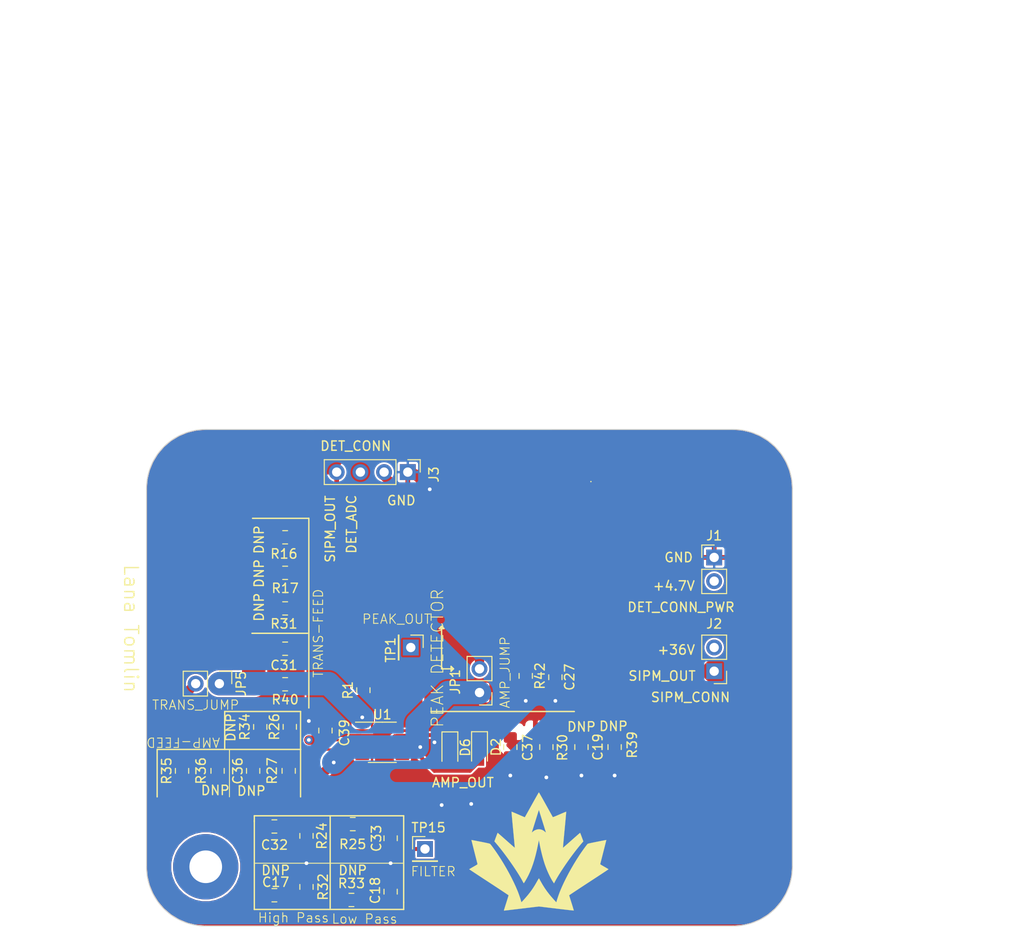
<source format=kicad_pcb>
(kicad_pcb (version 20171130) (host pcbnew "(5.1.9)-1")
  (layers (0 Papa.Cu signal) (1 GND.Cu power hide) (2 VCC.Cu power hide) (31 Mama.Cu signal) (34 B.Paste user hide) (35 F.Paste user) (36 B.SilkS user) (37 F.SilkS user) (38 B.Mask user hide) (39 F.Mask user hide) (44 Edge.Cuts user))
  (net 0 "")
  (net 1 GND)
  (net 2 "Net-(C17-Pad1)")
  (net 3 "Net-(C18-Pad2)")
  (net 4 "Net-(C19-Pad1)")
  (net 5 "Net-(C31-Pad1)")
  (net 6 "Net-(C32-Pad1)")
  (net 7 "Net-(C36-Pad2)")
  (net 8 "Net-(C36-Pad1)")
  (net 9 "Net-(D2-Pad2)")
  (net 10 /DET_ADC)
  (net 11 /SIPM_OUT)
  (net 12 /AMP_OUT)
  (net 13 +4.7V)
  (net 14 /Filter_IN)
  (net 15 "Net-(C31-Pad2)")
  (module Package_SO:MSOP-16_3x4.039mm_P0.5mm (layer Papa.Cu) (at 109.093 127.635)
    (fp_text reference U1 (at 0 -2.97) (layer F.SilkS))
    (fp_text value LTC6254)
    (pad 16 smd roundrect (at 2.15 -1.75) (size 1.45 0.3) (layers Papa.Cu F.Paste F.Mask) (net 10 /DET_ADC))
    (pad 15 smd roundrect (at 2.15 -1.25) (size 1.45 0.3) (layers Papa.Cu F.Paste F.Mask) (net 10 /DET_ADC))
    (pad 14 smd roundrect (at 2.15 -0.75) (size 1.45 0.3) (layers Papa.Cu F.Paste F.Mask) (net 4 "Net-(C19-Pad1)"))
    (pad 13 smd roundrect (at 2.15 -0.25) (size 1.45 0.3) (layers Papa.Cu F.Paste F.Mask) (net 1 GND))
    (pad 12 smd roundrect (at 2.15 0.25) (size 1.45 0.3) (layers Papa.Cu F.Paste F.Mask) (net 8 "Net-(C36-Pad1)"))
    (pad 11 smd roundrect (at 2.15 0.75) (size 1.45 0.3) (layers Papa.Cu F.Paste F.Mask) (net 4 "Net-(C19-Pad1)"))
    (pad 10 smd roundrect (at 2.15 1.25) (size 1.45 0.3) (layers Papa.Cu F.Paste F.Mask) (net 9 "Net-(D2-Pad2)"))
    (pad 9 smd roundrect (at 2.15 1.75) (size 1.45 0.3) (layers Papa.Cu F.Paste F.Mask))
    (pad 8 smd roundrect (at -2.15 1.75) (size 1.45 0.3) (layers Papa.Cu F.Paste F.Mask))
    (pad 7 smd roundrect (at -2.15 1.25) (size 1.45 0.3) (layers Papa.Cu F.Paste F.Mask) (net 8 "Net-(C36-Pad1)"))
    (pad 6 smd roundrect (at -2.15 0.75) (size 1.45 0.3) (layers Papa.Cu F.Paste F.Mask) (net 7 "Net-(C36-Pad2)"))
    (pad 5 smd roundrect (at -2.15 0.25) (size 1.45 0.3) (layers Papa.Cu F.Paste F.Mask) (net 3 "Net-(C18-Pad2)"))
    (pad 4 smd roundrect (at -2.15 -0.25) (size 1.45 0.3) (layers Papa.Cu F.Paste F.Mask) (net 13 +4.7V))
    (pad 3 smd roundrect (at -2.15 -0.75) (size 1.45 0.3) (layers Papa.Cu F.Paste F.Mask) (net 1 GND))
    (pad 2 smd roundrect (at -2.15 -1.25) (size 1.45 0.3) (layers Papa.Cu F.Paste F.Mask) (net 15 "Net-(C31-Pad2)"))
    (pad 1 smd roundrect (at -2.15 -1.75) (size 1.45 0.3) (layers Papa.Cu F.Paste F.Mask) (net 5 "Net-(C31-Pad1)"))
  )
  (module Resistor_SMD:R_0805_2012Metric_Pad1.15x1.40mm_HandSolder (layer Papa.Cu) (at 107.061 122.047 90)
    (fp_text reference R1 (at 0 -1.65 90) (layer F.SilkS))
    (fp_text value 1)
    (pad 2 smd roundrect (at 1.025 0 90) (size 1.15 1.4) (layers Papa.Cu F.Paste F.Mask) (roundrect_rratio 0.217391) (net 11 /SIPM_OUT))
    (pad 1 smd roundrect (at -1.025 0 90) (size 1.15 1.4) (layers Papa.Cu F.Paste F.Mask) (roundrect_rratio 0.217391) (net 15 "Net-(C31-Pad2)"))
  )
  (module Connector_PinHeader_2.54mm:PinHeader_1x04_P2.54mm_Vertical (layer Papa.Cu) (at 111.8235 98.679 270)
    (fp_text reference J3 (at 0.254 -2.794 270) (layer F.SilkS))
    (fp_text value DET_CONN (at -2.794 5.588 180) (layer F.SilkS))
    (pad 4 thru_hole oval (at 0 7.62 270) (size 1.7 1.7) (drill 1) (layers *.Cu *.Mask) (net 11 /SIPM_OUT))
    (pad 3 thru_hole oval (at 0 5.08 270) (size 1.7 1.7) (drill 1) (layers *.Cu *.Mask) (net 10 /DET_ADC))
    (pad 2 thru_hole oval (at 0 2.54 270) (size 1.7 1.7) (drill 1) (layers *.Cu *.Mask) (net 12 /AMP_OUT))
    (pad 1 thru_hole rect (at 0 0 270) (size 1.7 1.7) (drill 1) (layers *.Cu *.Mask) (net 1 GND))
  )
  (module Connector_PinHeader_2.54mm:PinHeader_1x02_P2.54mm_Vertical (layer Papa.Cu) (at 144.653 120.015 180)
    (fp_text reference J2 (at 0 5.08) (layer F.SilkS))
    (fp_text value SIPM_CONN (at 2.54 -2.794 180) (layer F.SilkS))
    (pad 2 thru_hole oval (at 0 2.54 180) (size 1.7 1.7) (drill 1) (layers *.Cu *.Mask))
    (pad 1 thru_hole rect (at 0 0 180) (size 1.7 1.7) (drill 1) (layers *.Cu *.Mask) (net 11 /SIPM_OUT))
  )
  (module Connector_PinHeader_2.54mm:PinHeader_1x02_P2.54mm_Vertical (layer Papa.Cu) (at 144.653 107.823)
    (fp_text reference J1 (at 0 -2.33) (layer F.SilkS))
    (fp_text value DET_CONN_PWR (at -3.556 5.334) (layer F.SilkS))
    (pad 2 thru_hole oval (at 0 2.54) (size 1.7 1.7) (drill 1) (layers *.Cu *.Mask) (net 13 +4.7V))
    (pad 1 thru_hole rect (at 0 0) (size 1.7 1.7) (drill 1) (layers *.Cu *.Mask) (net 1 GND))
  )
  (module Team_Logo:Logo_SilkScreen_15mm (layer Papa.Cu) (at 125.857 139.319)
    (fp_text reference G*** hide)
    (fp_text value LOGO hide)
  )
  (module MountingHole:MountingHole_3.5mm_Pad (layer Papa.Cu) (at 90.17 140.97 90)
    (fp_text reference REF** hide)
    (fp_text value MountingHole_3.5mm_Pad)
    (pad 1 thru_hole circle (at 0 0 90) (size 7 7) (drill 3.5) (layers *.Cu *.Mask))
  )
  (module Connector_PinHeader_2.54mm:PinHeader_1x01_P2.54mm_Vertical (layer Papa.Cu) (at 113.665 139.065)
    (fp_text reference TP15 (at 0.381 -2.286) (layer F.SilkS))
    (fp_text value FILTER (at 0.889 2.413) (layer F.SilkS) (effects (font (thickness 0.1))))
    (pad 1 thru_hole rect (at 0 0) (size 1.7 1.7) (drill 1) (layers *.Cu *.Mask) (net 3 "Net-(C18-Pad2)"))
  )
  (module Resistor_SMD:R_0805_2012Metric_Pad1.15x1.40mm_HandSolder (layer Papa.Cu) (at 99.178 125.975 90)
    (fp_text reference R26 (at 0 -1.65 270) (layer F.SilkS))
    (fp_text value 100)
    (pad 2 smd roundrect (at 1.025 0 90) (size 1.15 1.4) (layers Papa.Cu F.Paste F.Mask) (roundrect_rratio 0.2173904347826087) (net 1 GND))
    (pad 1 smd roundrect (at -1.025 0 90) (size 1.15 1.4) (layers Papa.Cu F.Paste F.Mask) (roundrect_rratio 0.2173904347826087) (net 7 "Net-(C36-Pad2)"))
  )
  (module Resistor_SMD:R_0805_2012Metric_Pad1.15x1.40mm_HandSolder (layer Papa.Cu) (at 96.012 125.984 270)
    (fp_text reference R34 (at 0 1.651 270) (layer F.SilkS))
    (fp_text value DNP (at 0.0635 3.175 270) (layer F.SilkS))
    (pad 2 smd roundrect (at 1.025 0 270) (size 1.15 1.4) (layers Papa.Cu F.Paste F.Mask) (roundrect_rratio 0.2173904347826087) (net 7 "Net-(C36-Pad2)"))
    (pad 1 smd roundrect (at -1.025 0 270) (size 1.15 1.4) (layers Papa.Cu F.Paste F.Mask) (roundrect_rratio 0.2173904347826087) (net 1 GND))
  )
  (module Connector_PinHeader_2.54mm:PinHeader_1x02_P2.54mm_Vertical (layer Papa.Cu) (at 119.507 122.301 180)
    (fp_text reference JP1 (at 2.6035 1.143 270) (layer F.SilkS))
    (fp_text value AMP_JUMP (at -2.7305 2.159 90) (layer F.SilkS) (effects (font (thickness 0.1))))
    (pad 2 thru_hole oval (at 0 2.54 180) (size 1.7 1.7) (drill 1) (layers *.Cu *.Mask) (net 12 /AMP_OUT))
    (pad 1 thru_hole rect (at 0 0 180) (size 1.7 1.7) (drill 1) (layers *.Cu *.Mask) (net 8 "Net-(C36-Pad1)"))
  )
  (module Resistor_SMD:R_0805_2012Metric_Pad1.15x1.40mm_HandSolder (layer Papa.Cu) (at 133.985 128.143 270)
    (fp_text reference R39 (at -0.2376 -1.8796 90) (layer F.SilkS))
    (fp_text value DNP (at -2.2315 0.127 180) (layer F.SilkS))
    (pad 2 smd roundrect (at 1.025 0 270) (size 1.15 1.4) (layers Papa.Cu F.Paste F.Mask) (roundrect_rratio 0.2173904347826087) (net 1 GND))
    (pad 1 smd roundrect (at -1.025 0 270) (size 1.15 1.4) (layers Papa.Cu F.Paste F.Mask) (roundrect_rratio 0.2173904347826087) (net 4 "Net-(C19-Pad1)"))
  )
  (module Capacitor_SMD:C_0805_2012Metric_Pad1.15x1.40mm_HandSolder (layer Papa.Cu) (at 97.527 136.652 180)
    (fp_text reference C32 (at -0.009 -1.9812) (layer F.SilkS))
    (fp_text value 10n)
    (pad 2 smd roundrect (at 1.025 0 180) (size 1.15 1.4) (layers Papa.Cu F.Paste F.Mask) (roundrect_rratio 0.2173904347826087) (net 14 /Filter_IN))
    (pad 1 smd roundrect (at -1.025 0 180) (size 1.15 1.4) (layers Papa.Cu F.Paste F.Mask) (roundrect_rratio 0.2173904347826087) (net 6 "Net-(C32-Pad1)"))
  )
  (module Capacitor_SMD:C_0805_2012Metric_Pad1.15x1.40mm_HandSolder (layer Papa.Cu) (at 127.635 120.659 270)
    (fp_text reference C27 (at -0.009 -1.524 90) (layer F.SilkS))
    (fp_text value 2.2n)
    (pad 2 smd roundrect (at 1.025 0 270) (size 1.15 1.4) (layers Papa.Cu F.Paste F.Mask) (roundrect_rratio 0.2173904347826087) (net 1 GND))
    (pad 1 smd roundrect (at -1.025 0 270) (size 1.15 1.4) (layers Papa.Cu F.Paste F.Mask) (roundrect_rratio 0.2173904347826087) (net 12 /AMP_OUT))
  )
  (module Capacitor_SMD:C_0805_2012Metric_Pad1.15x1.40mm_HandSolder (layer Papa.Cu) (at 122.809 128.143 270)
    (fp_text reference C37 (at 0.0508 -1.8542 270) (layer F.SilkS))
    (fp_text value 2.2n)
    (pad 2 smd roundrect (at 1.025 0 270) (size 1.15 1.4) (layers Papa.Cu F.Paste F.Mask) (roundrect_rratio 0.2173904347826087) (net 1 GND))
    (pad 1 smd roundrect (at -1.025 0 270) (size 1.15 1.4) (layers Papa.Cu F.Paste F.Mask) (roundrect_rratio 0.2173904347826087) (net 4 "Net-(C19-Pad1)"))
  )
  (module Resistor_SMD:R_0805_2012Metric_Pad1.15x1.40mm_HandSolder (layer Papa.Cu) (at 124.46 120.514 270)
    (fp_text reference R42 (at 0.009 -1.524 90) (layer F.SilkS))
    (fp_text value 1M)
    (pad 2 smd roundrect (at 1.025 0 270) (size 1.15 1.4) (layers Papa.Cu F.Paste F.Mask) (roundrect_rratio 0.2173904347826087) (net 1 GND))
    (pad 1 smd roundrect (at -1.025 0 270) (size 1.15 1.4) (layers Papa.Cu F.Paste F.Mask) (roundrect_rratio 0.2173904347826087) (net 12 /AMP_OUT))
  )
  (module Diode_SMD:D_SOD-323_HandSoldering (layer Papa.Cu) (at 119.507 128.397 270)
    (fp_text reference D2 (at -0.254 -1.778 90) (layer F.SilkS))
    (fp_text value CUS08F30H3FCT-ND)
    (pad 2 smd rect (at 1.25 0 270) (size 1 1) (layers Papa.Cu F.Paste F.Mask) (net 9 "Net-(D2-Pad2)"))
    (pad 1 smd rect (at -1.25 0 270) (size 1 1) (layers Papa.Cu F.Paste F.Mask) (net 4 "Net-(C19-Pad1)"))
  )
  (module Connector_PinHeader_2.54mm:PinHeader_1x01_P2.54mm_Vertical (layer Papa.Cu) (at 112.141 117.475 270)
    (fp_text reference TP1 (at 0.254 2.159 90) (layer F.SilkS))
    (fp_text value PEAK_OUT (at -3.048 1.524 180) (layer F.SilkS) (effects (font (thickness 0.1))))
    (pad 1 thru_hole rect (at 0 0 270) (size 1.7 1.7) (drill 1) (layers *.Cu *.Mask) (net 10 /DET_ADC))
  )
  (module Connector_PinHeader_2.54mm:PinHeader_1x02_P2.54mm_Vertical (layer Papa.Cu) (at 91.6305 121.3485 270)
    (fp_text reference JP5 (at 0 -2.33 90) (layer F.SilkS))
    (fp_text value TRANS_JUMP (at 2.286 2.54) (layer F.SilkS) (effects (font (thickness 0.1))))
    (pad 2 thru_hole oval (at 0 2.54 270) (size 1.7 1.7) (drill 1) (layers *.Cu *.Mask) (net 14 /Filter_IN))
    (pad 1 thru_hole rect (at 0 0 270) (size 1.7 1.7) (drill 1) (layers *.Cu *.Mask) (net 5 "Net-(C31-Pad1)"))
  )
  (module Resistor_SMD:R_0805_2012Metric_Pad1.15x1.40mm_HandSolder (layer Papa.Cu) (at 98.679 121.412)
    (fp_text reference R40 (at 0 1.651 180) (layer F.SilkS))
    (fp_text value 150)
    (pad 2 smd roundrect (at 1.025 0) (size 1.15 1.4) (layers Papa.Cu F.Paste F.Mask) (roundrect_rratio 0.2173904347826087) (net 15 "Net-(C31-Pad2)"))
    (pad 1 smd roundrect (at -1.025 0) (size 1.15 1.4) (layers Papa.Cu F.Paste F.Mask) (roundrect_rratio 0.2173904347826087) (net 5 "Net-(C31-Pad1)"))
  )
  (module Resistor_SMD:R_0805_2012Metric_Pad1.15x1.40mm_HandSolder (layer Papa.Cu) (at 91.44 130.692 90)
    (fp_text reference R36 (at 0.009 -1.778 270) (layer F.SilkS))
    (fp_text value DNP (at -2.15 3.6195) (layer F.SilkS))
    (pad 2 smd roundrect (at 1.025 0 90) (size 1.15 1.4) (layers Papa.Cu F.Paste F.Mask) (roundrect_rratio 0.2173904347826087) (net 7 "Net-(C36-Pad2)"))
    (pad 1 smd roundrect (at -1.025 0 90) (size 1.15 1.4) (layers Papa.Cu F.Paste F.Mask) (roundrect_rratio 0.2173904347826087) (net 8 "Net-(C36-Pad1)"))
  )
  (module Resistor_SMD:R_0805_2012Metric_Pad1.15x1.40mm_HandSolder (layer Papa.Cu) (at 87.63 130.692 90)
    (fp_text reference R35 (at 0 -1.65 270) (layer F.SilkS))
    (fp_text value DNP (at -2.0865 3.556) (layer F.SilkS))
    (pad 2 smd roundrect (at 1.025 0 90) (size 1.15 1.4) (layers Papa.Cu F.Paste F.Mask) (roundrect_rratio 0.2173904347826087) (net 7 "Net-(C36-Pad2)"))
    (pad 1 smd roundrect (at -1.025 0 90) (size 1.15 1.4) (layers Papa.Cu F.Paste F.Mask) (roundrect_rratio 0.2173904347826087) (net 8 "Net-(C36-Pad1)"))
  )
  (module Resistor_SMD:R_0805_2012Metric_Pad1.15x1.40mm_HandSolder (layer Papa.Cu) (at 105.782 144.526 180)
    (fp_text reference R33 (at -0.009 1.778) (layer F.SilkS))
    (fp_text value DNP (at -0.136 3.175) (layer F.SilkS))
    (pad 1 smd roundrect (at -1.025 0 180) (size 1.15 1.4) (layers Papa.Cu F.Paste F.Mask) (roundrect_rratio 0.2173904347826087) (net 3 "Net-(C18-Pad2)"))
    (pad 2 smd roundrect (at 1.025 0 180) (size 1.15 1.4) (layers Papa.Cu F.Paste F.Mask) (roundrect_rratio 0.2173904347826087) (net 2 "Net-(C17-Pad1)"))
  )
  (module Resistor_SMD:R_0805_2012Metric_Pad1.15x1.40mm_HandSolder (layer Papa.Cu) (at 100.965 143.129 90)
    (fp_text reference R32 (at 0 1.778 270) (layer F.SilkS))
    (fp_text value DNP)
    (pad 2 smd roundrect (at 1.025 0 90) (size 1.15 1.4) (layers Papa.Cu F.Paste F.Mask) (roundrect_rratio 0.2173904347826087) (net 1 GND))
    (pad 1 smd roundrect (at -1.025 0 90) (size 1.15 1.4) (layers Papa.Cu F.Paste F.Mask) (roundrect_rratio 0.2173904347826087) (net 2 "Net-(C17-Pad1)"))
  )
  (module Resistor_SMD:R_0805_2012Metric_Pad1.15x1.40mm_HandSolder (layer Papa.Cu) (at 98.679 113.284)
    (fp_text reference R31 (at -0.127 1.651 180) (layer F.SilkS))
    (fp_text value DNP (at -2.794 -0.127 -270) (layer F.SilkS))
    (pad 2 smd roundrect (at 1.025 0) (size 1.15 1.4) (layers Papa.Cu F.Paste F.Mask) (roundrect_rratio 0.2173904347826087) (net 15 "Net-(C31-Pad2)"))
    (pad 1 smd roundrect (at -1.025 0) (size 1.15 1.4) (layers Papa.Cu F.Paste F.Mask) (roundrect_rratio 0.2173904347826087) (net 5 "Net-(C31-Pad1)"))
  )
  (module Resistor_SMD:R_0805_2012Metric_Pad1.15x1.40mm_HandSolder (layer Papa.Cu) (at 126.6698 128.143 270)
    (fp_text reference R30 (at 0.0508 -1.7272 270) (layer F.SilkS))
    (fp_text value 1M)
    (pad 2 smd roundrect (at 1.025 0 270) (size 1.15 1.4) (layers Papa.Cu F.Paste F.Mask) (roundrect_rratio 0.2173904347826087) (net 1 GND))
    (pad 1 smd roundrect (at -1.025 0 270) (size 1.15 1.4) (layers Papa.Cu F.Paste F.Mask) (roundrect_rratio 0.2173904347826087) (net 4 "Net-(C19-Pad1)"))
  )
  (module Resistor_SMD:R_0805_2012Metric_Pad1.15x1.40mm_HandSolder (layer Papa.Cu) (at 99.06 130.692 90)
    (fp_text reference R27 (at 0 -1.778 270) (layer F.SilkS))
    (fp_text value 330)
    (pad 2 smd roundrect (at 1.025 0 90) (size 1.15 1.4) (layers Papa.Cu F.Paste F.Mask) (roundrect_rratio 0.2173904347826087) (net 7 "Net-(C36-Pad2)"))
    (pad 1 smd roundrect (at -1.025 0 90) (size 1.15 1.4) (layers Papa.Cu F.Paste F.Mask) (roundrect_rratio 0.2173904347826087) (net 8 "Net-(C36-Pad1)"))
  )
  (module Resistor_SMD:R_0805_2012Metric_Pad1.15x1.40mm_HandSolder (layer Papa.Cu) (at 105.927 136.398 180)
    (fp_text reference R25 (at 0.009 -2.159) (layer F.SilkS))
    (fp_text value 150)
    (pad 2 smd roundrect (at 1.025 0 180) (size 1.15 1.4) (layers Papa.Cu F.Paste F.Mask) (roundrect_rratio 0.2173904347826087) (net 6 "Net-(C32-Pad1)"))
    (pad 1 smd roundrect (at -1.025 0 180) (size 1.15 1.4) (layers Papa.Cu F.Paste F.Mask) (roundrect_rratio 0.2173904347826087) (net 3 "Net-(C18-Pad2)"))
  )
  (module Resistor_SMD:R_0805_2012Metric_Pad1.15x1.40mm_HandSolder (layer Papa.Cu) (at 100.965 137.659 270)
    (fp_text reference R24 (at 0.009 -1.651 270) (layer F.SilkS))
    (fp_text value 100)
    (pad 2 smd roundrect (at 1.025 0 270) (size 1.15 1.4) (layers Papa.Cu F.Paste F.Mask) (roundrect_rratio 0.2173904347826087) (net 1 GND))
    (pad 1 smd roundrect (at -1.025 0 270) (size 1.15 1.4) (layers Papa.Cu F.Paste F.Mask) (roundrect_rratio 0.2173904347826087) (net 6 "Net-(C32-Pad1)"))
  )
  (module Resistor_SMD:R_0805_2012Metric_Pad1.15x1.40mm_HandSolder (layer Papa.Cu) (at 98.679 109.474)
    (fp_text reference R17 (at 0 1.651 180) (layer F.SilkS))
    (fp_text value DNP (at -2.794 0.0635 -90) (layer F.SilkS))
    (pad 2 smd roundrect (at 1.025 0) (size 1.15 1.4) (layers Papa.Cu F.Paste F.Mask) (roundrect_rratio 0.2173904347826087) (net 15 "Net-(C31-Pad2)"))
    (pad 1 smd roundrect (at -1.025 0) (size 1.15 1.4) (layers Papa.Cu F.Paste F.Mask) (roundrect_rratio 0.2173904347826087) (net 5 "Net-(C31-Pad1)"))
  )
  (module Resistor_SMD:R_0805_2012Metric_Pad1.15x1.40mm_HandSolder (layer Papa.Cu) (at 98.679 105.664)
    (fp_text reference R16 (at -0.127 1.778 180) (layer F.SilkS))
    (fp_text value DNP (at -2.794 0.254 -270) (layer F.SilkS))
    (pad 2 smd roundrect (at 1.025 0) (size 1.15 1.4) (layers Papa.Cu F.Paste F.Mask) (roundrect_rratio 0.2173904347826087) (net 15 "Net-(C31-Pad2)"))
    (pad 1 smd roundrect (at -1.025 0) (size 1.15 1.4) (layers Papa.Cu F.Paste F.Mask) (roundrect_rratio 0.2173904347826087) (net 5 "Net-(C31-Pad1)"))
  )
  (module Diode_SMD:D_SOD-323_HandSoldering (layer Papa.Cu) (at 116.332 128.417 270)
    (fp_text reference D6 (at -0.234 -1.651 90) (layer F.SilkS))
    (fp_text value CUS08F30H3FCT-ND)
    (pad 2 smd rect (at 1.25 0 270) (size 1 1) (layers Papa.Cu F.Paste F.Mask) (net 9 "Net-(D2-Pad2)"))
    (pad 1 smd rect (at -1.25 0 270) (size 1 1) (layers Papa.Cu F.Paste F.Mask) (net 4 "Net-(C19-Pad1)"))
  )
  (module Capacitor_SMD:C_0805_2012Metric_Pad1.15x1.40mm_HandSolder (layer Papa.Cu) (at 102.997 126.374 90)
    (fp_text reference C39 (at -0.245 2.032 270) (layer F.SilkS))
    (fp_text value 0.1u)
    (pad 2 smd roundrect (at 1.025 0 90) (size 1.15 1.4) (layers Papa.Cu F.Paste F.Mask) (roundrect_rratio 0.2173904347826087) (net 1 GND))
    (pad 1 smd roundrect (at -1.025 0 90) (size 1.15 1.4) (layers Papa.Cu F.Paste F.Mask) (roundrect_rratio 0.2173904347826087) (net 13 +4.7V))
  )
  (module Capacitor_SMD:C_0805_2012Metric_Pad1.15x1.40mm_HandSolder (layer Papa.Cu) (at 95.25 130.692 90)
    (fp_text reference C36 (at 0 -1.65 270) (layer F.SilkS))
    (fp_text value 470p)
    (pad 2 smd roundrect (at 1.025 0 90) (size 1.15 1.4) (layers Papa.Cu F.Paste F.Mask) (roundrect_rratio 0.2173904347826087) (net 7 "Net-(C36-Pad2)"))
    (pad 1 smd roundrect (at -1.025 0 90) (size 1.15 1.4) (layers Papa.Cu F.Paste F.Mask) (roundrect_rratio 0.2173904347826087) (net 8 "Net-(C36-Pad1)"))
  )
  (module Capacitor_SMD:C_0805_2012Metric_Pad1.15x1.40mm_HandSolder (layer Papa.Cu) (at 109.982 137.913 90)
    (fp_text reference C33 (at -0.009 -1.524 270) (layer F.SilkS))
    (fp_text value 1n)
    (pad 2 smd roundrect (at 1.025 0 90) (size 1.15 1.4) (layers Papa.Cu F.Paste F.Mask) (roundrect_rratio 0.2173904347826087) (net 3 "Net-(C18-Pad2)"))
    (pad 1 smd roundrect (at -1.025 0 90) (size 1.15 1.4) (layers Papa.Cu F.Paste F.Mask) (roundrect_rratio 0.2173904347826087) (net 1 GND))
  )
  (module Capacitor_SMD:C_0805_2012Metric_Pad1.15x1.40mm_HandSolder (layer Papa.Cu) (at 98.679 117.602)
    (fp_text reference C31 (at -0.127 1.778 180) (layer F.SilkS))
    (fp_text value 1n)
    (pad 2 smd roundrect (at 1.025 0) (size 1.15 1.4) (layers Papa.Cu F.Paste F.Mask) (roundrect_rratio 0.2173904347826087) (net 15 "Net-(C31-Pad2)"))
    (pad 1 smd roundrect (at -1.025 0) (size 1.15 1.4) (layers Papa.Cu F.Paste F.Mask) (roundrect_rratio 0.2173904347826087) (net 5 "Net-(C31-Pad1)"))
  )
  (module Capacitor_SMD:C_0805_2012Metric_Pad1.15x1.40mm_HandSolder (layer Papa.Cu) (at 130.429 128.143 270)
    (fp_text reference C19 (at 0 -1.7526 90) (layer F.SilkS))
    (fp_text value DNP (at -2.168 0 180) (layer F.SilkS))
    (pad 2 smd roundrect (at 1.025 0 270) (size 1.15 1.4) (layers Papa.Cu F.Paste F.Mask) (roundrect_rratio 0.2173904347826087) (net 1 GND))
    (pad 1 smd roundrect (at -1.025 0 270) (size 1.15 1.4) (layers Papa.Cu F.Paste F.Mask) (roundrect_rratio 0.2173904347826087) (net 4 "Net-(C19-Pad1)"))
  )
  (module Capacitor_SMD:C_0805_2012Metric_Pad1.15x1.40mm_HandSolder (layer Papa.Cu) (at 109.982 143.637 270)
    (fp_text reference C18 (at -0.127 1.651 90) (layer F.SilkS))
    (fp_text value DNP)
    (pad 1 smd roundrect (at -1.025 0 270) (size 1.15 1.4) (layers Papa.Cu F.Paste F.Mask) (roundrect_rratio 0.2173904347826087) (net 1 GND))
    (pad 2 smd roundrect (at 1.025 0 270) (size 1.15 1.4) (layers Papa.Cu F.Paste F.Mask) (roundrect_rratio 0.2173904347826087) (net 3 "Net-(C18-Pad2)"))
  )
  (module Capacitor_SMD:C_0805_2012Metric_Pad1.15x1.40mm_HandSolder (layer Papa.Cu) (at 97.527 144.018 180)
    (fp_text reference C17 (at -0.136 1.397) (layer F.SilkS))
    (fp_text value DNP (at -0.136 2.667) (layer F.SilkS))
    (pad 2 smd roundrect (at 1.025 0 180) (size 1.15 1.4) (layers Papa.Cu F.Paste F.Mask) (roundrect_rratio 0.2173904347826087) (net 14 /Filter_IN))
    (pad 1 smd roundrect (at -1.025 0 180) (size 1.15 1.4) (layers Papa.Cu F.Paste F.Mask) (roundrect_rratio 0.2173904347826087) (net 2 "Net-(C17-Pad1)"))
  )
  (gr_arc (start 90.17 100.457) (end 90.17 94.107) (angle -90) (layer Edge.Cuts) (width 0.1))
  (gr_line (start 146.685 94.107) (end 90.17 94.107) (layer Edge.Cuts) (width 0.1))
  (gr_line (start 153.035 140.97) (end 153.035 100.457) (layer Edge.Cuts) (width 0.1))
  (gr_text GND (at 111.125 101.727) (layer F.SilkS) (effects (font (size 1 1))))
  (gr_text AMP_OUT (at 117.729 131.953) (layer F.SilkS) (effects (font (size 1 1))))
  (gr_text DET_ADC (at 105.791 104.267 90) (layer F.SilkS) (effects (font (size 1 1))))
  (gr_text SIPM_OUT (at 103.505 104.775 90) (layer F.SilkS) (effects (font (size 1 1))))
  (gr_text GND (at 140.843 107.823) (layer F.SilkS) (effects (font (size 1 1))))
  (gr_text +4.7V (at 140.335 110.871) (layer F.SilkS) (effects (font (size 1 1))))
  (gr_text +36V (at 140.589 117.729) (layer F.SilkS) (effects (font (size 1 1))))
  (gr_text SIPM_OUT (at 139.065 120.523) (layer F.SilkS) (effects (font (size 1 1))))
  (gr_line (start 131.445 99.695) (end 131.445 99.695) (layer F.SilkS) (width 0.15))
  (gr_line (start 111.379 145.542) (end 111.379 144.78) (layer F.SilkS) (width 0.15))
  (gr_line (start 95.377 145.542) (end 111.379 145.542) (layer F.SilkS) (width 0.15))
  (gr_text "Lana Tomlin" (at 82.169 115.443 270) (layer F.SilkS) (effects (font (size 1.5 1.5))))
  (gr_text "PEAK DETECTOR" (at 114.9985 118.618 90) (layer F.SilkS) (effects (font (size 1.25 1.25) (thickness 0.1))))
  (gr_arc (start 90.17 140.97) (end 83.82 140.97) (angle -90) (layer Edge.Cuts) (width 0.1))
  (gr_arc (start 146.685 100.457) (end 153.035 100.457) (angle -90) (layer Edge.Cuts) (width 0.1))
  (gr_arc (start 146.685 140.97) (end 146.685 147.32) (angle -90) (layer Edge.Cuts) (width 0.1))
  (gr_line (start 83.82 140.97) (end 83.82 100.457) (layer Edge.Cuts) (width 0.1))
  (gr_line (start 146.685 147.32) (end 90.17 147.32) (layer Edge.Cuts) (width 0.1))
  (gr_text AMP-FEED (at 87.757 127.635 180) (layer F.SilkS) (effects (font (size 1 1) (thickness 0.1))))
  (gr_line (start 95.377 135.509) (end 95.377 136.144) (layer F.SilkS) (width 0.15))
  (gr_line (start 111.379 135.509) (end 95.377 135.509) (layer F.SilkS) (width 0.15))
  (gr_line (start 103.505 140.589) (end 95.377 140.589) (layer F.SilkS) (width 0.1))
  (gr_text "Low Pass" (at 107.188 146.558) (layer F.SilkS) (effects (font (size 1 1) (thickness 0.1))))
  (gr_text "High Pass" (at 99.568 146.431) (layer F.SilkS) (effects (font (size 1 1) (thickness 0.1))))
  (gr_line (start 115.697 115.443) (end 115.443 115.189) (layer F.SilkS) (width 0.15))
  (gr_line (start 115.189 115.443) (end 115.697 115.443) (layer F.SilkS) (width 0.15))
  (gr_line (start 115.443 115.189) (end 115.189 115.443) (layer F.SilkS) (width 0.15))
  (gr_line (start 116.459 119.507) (end 116.459 120.015) (layer F.SilkS) (width 0.15))
  (gr_line (start 116.459 120.015) (end 116.713 119.761) (layer F.SilkS) (width 0.15))
  (gr_line (start 116.459 119.507) (end 116.713 119.761) (layer F.SilkS) (width 0.15))
  (gr_line (start 116.713 119.761) (end 116.459 119.507) (layer F.SilkS) (width 0.15))
  (gr_line (start 115.443 119.761) (end 116.713 119.761) (layer F.SilkS) (width 0.15))
  (gr_line (start 115.443 115.189) (end 115.443 119.761) (layer F.SilkS) (width 0.15))
  (gr_line (start 84.963 128.397) (end 84.963 133.477) (layer F.SilkS) (width 0.15))
  (gr_line (start 100.33 128.397) (end 100.33 124.333) (layer F.SilkS) (width 0.15))
  (gr_line (start 100.33 124.333) (end 92.202 124.333) (layer F.SilkS) (width 0.15))
  (gr_line (start 92.202 124.333) (end 92.202 128.397) (layer F.SilkS) (width 0.15))
  (gr_text TRANS-FEED (at 102.235 115.951 90) (layer F.SilkS) (effects (font (size 1 1) (thickness 0.1))))
  (gr_line (start 111.379 140.589) (end 103.505 140.589) (layer F.SilkS) (width 0.1))
  (gr_line (start 103.505 135.509) (end 103.505 145.415) (layer F.SilkS) (width 0.15))
  (gr_line (start 95.377 145.542) (end 95.377 136.017) (layer F.SilkS) (width 0.15))
  (gr_line (start 111.379 135.509) (end 111.379 144.78) (layer F.SilkS) (width 0.15))
  (gr_line (start 95.123 115.951) (end 101.092 115.951) (layer F.SilkS) (width 0.15))
  (gr_line (start 92.71 133.477) (end 92.71 128.397) (layer F.SilkS) (width 0.1))
  (gr_line (start 129.667 124.333) (end 114.3 124.333) (layer F.SilkS) (width 0.15))
  (gr_line (start 100.33 128.397) (end 84.963 128.397) (layer F.SilkS) (width 0.15))
  (gr_line (start 100.33 133.477) (end 100.33 128.397) (layer F.SilkS) (width 0.15))
  (gr_line (start 101.219 103.632) (end 95.1865 103.632) (layer F.SilkS) (width 0.15))
  (gr_line (start 101.219 123.952) (end 101.219 103.632) (layer F.SilkS) (width 0.15))
  (via (at 124.46 123.19) (size 0.8) (drill 0.4) (layers Papa.Cu Mama.Cu) (net 1))
  (segment (start 126.4158 129.1172) (end 126.7878 129.1172) (width 0.42) (layer Papa.Cu) (net 1))
  (via (at 109.982 140.589) (size 0.8) (drill 0.4) (layers Papa.Cu Mama.Cu) (net 1))
  (via (at 100.965 140.589) (size 0.8) (drill 0.4) (layers Papa.Cu Mama.Cu) (net 1))
  (via (at 101.219 125.349) (size 0.8) (drill 0.4) (layers Papa.Cu Mama.Cu) (net 1))
  (via (at 127.635 123.19) (size 0.8) (drill 0.4) (layers Papa.Cu Mama.Cu) (net 1))
  (segment (start 102.87 125.476) (end 102.997 125.349) (width 0.8) (layer Papa.Cu) (net 1))
  (segment (start 100.965 138.684) (end 100.965 142.104) (width 1) (layer Papa.Cu) (net 1))
  (segment (start 109.982 138.938) (end 109.982 142.612) (width 1) (layer Papa.Cu) (net 1))
  (segment (start 118.618 134.239) (end 118.618 134.239) (width 1) (layer Papa.Cu) (net 1))
  (via (at 118.618 134.239) (size 0.8) (drill 0.4) (layers Papa.Cu Mama.Cu) (net 1))
  (segment (start 115.452 134.357) (end 115.452 134.357) (width 1) (layer Papa.Cu) (net 1))
  (segment (start 124.46 121.539) (end 124.46 123.19) (width 1) (layer Papa.Cu) (net 1))
  (segment (start 127.635 121.684) (end 127.635 123.19) (width 1) (layer Papa.Cu) (net 1))
  (segment (start 115.452 134.23) (end 115.452 134.357) (width 1) (layer Papa.Cu) (net 1))
  (segment (start 115.452 134.357) (end 115.452 134.357) (width 1) (layer Papa.Cu) (net 1))
  (via (at 115.452 134.357) (size 0.8) (drill 0.4) (layers Papa.Cu Mama.Cu) (net 1))
  (segment (start 111.8235 98.679) (end 112.3315 98.679) (width 1) (layer Papa.Cu) (net 1))
  (segment (start 112.3315 98.679) (end 114.173 100.5205) (width 1) (layer Papa.Cu) (net 1))
  (segment (start 114.173 100.5205) (end 114.173 100.5205) (width 1) (layer Papa.Cu) (net 1))
  (via (at 114.173 100.5205) (size 0.8) (drill 0.4) (layers Papa.Cu Mama.Cu) (net 1))
  (via (at 114.681 127.635) (size 0.8) (drill 0.4) (layers Papa.Cu Mama.Cu) (net 1))
  (segment (start 102.997 125.349) (end 101.219 125.349) (width 1) (layer Papa.Cu) (net 1))
  (segment (start 106.943 126.885) (end 106.819 126.885) (width 0.25) (layer Papa.Cu) (net 1))
  (segment (start 104.50801 126.86001) (end 102.997 125.349) (width 0.25) (layer Papa.Cu) (net 1))
  (segment (start 106.79401 126.86001) (end 104.50801 126.86001) (width 0.25) (layer Papa.Cu) (net 1))
  (segment (start 106.819 126.885) (end 106.79401 126.86001) (width 0.25) (layer Papa.Cu) (net 1))
  (segment (start 130.429 129.168) (end 130.429 131.191) (width 1) (layer Papa.Cu) (net 1))
  (segment (start 122.809 129.168) (end 122.809 131.191) (width 1) (layer Papa.Cu) (net 1))
  (segment (start 126.6698 129.168) (end 126.6698 131.3942) (width 1) (layer Papa.Cu) (net 1))
  (segment (start 126.6698 131.3942) (end 126.6698 131.4958) (width 1) (layer Papa.Cu) (net 1))
  (via (at 126.6698 131.3942) (size 0.8) (drill 0.4) (layers Papa.Cu Mama.Cu) (net 1))
  (segment (start 122.809 131.191) (end 122.809 131.191) (width 1) (layer Papa.Cu) (net 1))
  (via (at 122.809 131.191) (size 0.8) (drill 0.4) (layers Papa.Cu Mama.Cu) (net 1))
  (segment (start 130.429 131.191) (end 130.429 131.191) (width 1) (layer Papa.Cu) (net 1))
  (via (at 130.429 131.191) (size 0.8) (drill 0.4) (layers Papa.Cu Mama.Cu) (net 1))
  (segment (start 133.985 129.168) (end 133.985 131.191) (width 1) (layer Papa.Cu) (net 1))
  (segment (start 133.985 131.191) (end 133.985 131.191) (width 1) (layer Papa.Cu) (net 1))
  (via (at 133.985 131.191) (size 0.8) (drill 0.4) (layers Papa.Cu Mama.Cu) (net 1))
  (segment (start 98.552 144.018) (end 99.822 145.288) (width 0.42) (layer Papa.Cu) (net 2))
  (segment (start 103.995 145.288) (end 104.757 144.526) (width 0.42) (layer Papa.Cu) (net 2))
  (segment (start 101.972 145.288) (end 101.092 144.408) (width 0.42) (layer Papa.Cu) (net 2))
  (segment (start 102.108 145.288) (end 101.972 145.288) (width 0.42) (layer Papa.Cu) (net 2))
  (segment (start 102.108 145.288) (end 103.995 145.288) (width 0.42) (layer Papa.Cu) (net 2))
  (segment (start 99.822 145.288) (end 102.108 145.288) (width 0.42) (layer Papa.Cu) (net 2))
  (segment (start 106.952 136.398) (end 106.952 136.253) (width 0.42) (layer Papa.Cu) (net 3))
  (segment (start 106.952 136.253) (end 107.442 135.763) (width 0.42) (layer Papa.Cu) (net 3))
  (segment (start 108.857 135.763) (end 109.982 136.888) (width 0.42) (layer Papa.Cu) (net 3))
  (segment (start 107.442 135.763) (end 108.857 135.763) (width 0.42) (layer Papa.Cu) (net 3))
  (segment (start 111.09201 137.99801) (end 111.09201 137.95499) (width 0.42) (layer Papa.Cu) (net 3))
  (segment (start 111.09201 137.99801) (end 111.09201 139.28601) (width 0.42) (layer Papa.Cu) (net 3))
  (segment (start 111.09201 145.06699) (end 111.09201 143.55199) (width 0.42) (layer Papa.Cu) (net 3))
  (segment (start 111.09201 140.36799) (end 111.09201 140.843) (width 0.42) (layer Papa.Cu) (net 3))
  (segment (start 112.395 139.065) (end 111.09201 140.36799) (width 0.42) (layer Papa.Cu) (net 3))
  (segment (start 113.665 139.065) (end 112.395 139.065) (width 0.42) (layer Papa.Cu) (net 3))
  (segment (start 111.09201 139.28601) (end 111.09201 140.843) (width 0.42) (layer Papa.Cu) (net 3))
  (segment (start 111.09201 140.843) (end 111.09201 143.55199) (width 0.42) (layer Papa.Cu) (net 3))
  (segment (start 110.605372 145.285372) (end 109.982 144.662) (width 0.42) (layer Papa.Cu) (net 3))
  (segment (start 110.873628 145.285372) (end 110.605372 145.285372) (width 0.42) (layer Papa.Cu) (net 3))
  (segment (start 111.09201 145.06699) (end 110.873628 145.285372) (width 0.42) (layer Papa.Cu) (net 3))
  (segment (start 106.807 145.288) (end 106.807 144.526) (width 0.42) (layer Papa.Cu) (net 3))
  (segment (start 107.442 145.923) (end 106.807 145.288) (width 0.42) (layer Papa.Cu) (net 3))
  (segment (start 111.09201 145.06699) (end 110.236 145.923) (width 0.42) (layer Papa.Cu) (net 3))
  (segment (start 110.236 145.923) (end 107.442 145.923) (width 0.42) (layer Papa.Cu) (net 3))
  (segment (start 110.80502 135.763) (end 111.09201 135.47601) (width 0.42) (layer Papa.Cu) (net 3))
  (segment (start 108.857 135.763) (end 110.80502 135.763) (width 0.42) (layer Papa.Cu) (net 3))
  (segment (start 111.09201 139.14101) (end 111.09201 135.47601) (width 0.42) (layer Papa.Cu) (net 3))
  (segment (start 107.733702 127.885) (end 107.99301 128.144308) (width 0.25) (layer Papa.Cu) (net 3))
  (segment (start 106.943 127.885) (end 107.733702 127.885) (width 0.25) (layer Papa.Cu) (net 3))
  (segment (start 106.952 136.398) (end 107.99301 135.35699) (width 0.42) (layer Papa.Cu) (net 3))
  (segment (start 107.99301 135.35699) (end 107.99301 129.75099) (width 0.42) (layer Papa.Cu) (net 3))
  (segment (start 107.99301 128.144308) (end 107.99301 129.75099) (width 0.25) (layer Papa.Cu) (net 3))
  (segment (start 111.243 128.385) (end 109.843 128.385) (width 0.25) (layer Papa.Cu) (net 4))
  (segment (start 109.843 128.385) (end 109.601 128.143) (width 0.25) (layer Papa.Cu) (net 4))
  (segment (start 109.601 128.143) (end 109.601 127.686318) (width 0.25) (layer Papa.Cu) (net 4))
  (segment (start 110.402318 126.885) (end 111.243 126.885) (width 0.25) (layer Papa.Cu) (net 4))
  (segment (start 109.601 127.686318) (end 110.402318 126.885) (width 0.25) (layer Papa.Cu) (net 4))
  (segment (start 111.41599 126.86001) (end 114.43999 126.86001) (width 0.25) (layer Papa.Cu) (net 4))
  (segment (start 111.391 126.885) (end 111.41599 126.86001) (width 0.25) (layer Papa.Cu) (net 4))
  (segment (start 111.243 126.885) (end 111.391 126.885) (width 0.25) (layer Papa.Cu) (net 4))
  (segment (start 115.276 126.111) (end 116.332 127.167) (width 0.42) (layer Papa.Cu) (net 4))
  (segment (start 115.189 126.111) (end 115.276 126.111) (width 0.42) (layer Papa.Cu) (net 4))
  (segment (start 118.471 126.111) (end 119.507 127.147) (width 0.42) (layer Papa.Cu) (net 4))
  (segment (start 115.189 126.111) (end 118.471 126.111) (width 0.42) (layer Papa.Cu) (net 4))
  (segment (start 115.189 126.111) (end 114.43999 126.86001) (width 0.42) (layer Papa.Cu) (net 4))
  (segment (start 114.43999 126.86001) (end 113.65201 126.86001) (width 0.42) (layer Papa.Cu) (net 4))
  (segment (start 106.943 124.959) (end 106.943 124.959) (width 0.25) (layer Papa.Cu) (net 5))
  (via (at 106.943 124.959) (size 0.8) (drill 0.4) (layers Papa.Cu Mama.Cu) (net 5))
  (segment (start 106.943 124.959) (end 106.943 125.467) (width 1) (layer Papa.Cu) (net 5))
  (segment (start 106.943 125.885) (end 106.943 125.467) (width 0.25) (layer Papa.Cu) (net 5))
  (segment (start 103.3325 121.3485) (end 106.943 124.959) (width 2.5) (layer Mama.Cu) (net 5))
  (segment (start 91.6305 121.3485) (end 103.3325 121.3485) (width 2.5) (layer Mama.Cu) (net 5))
  (segment (start 91.6305 121.3485) (end 95.3135 121.3485) (width 2.5) (layer Papa.Cu) (net 5))
  (segment (start 97.3455 105.664) (end 95.3135 107.696) (width 1) (layer Papa.Cu) (net 5))
  (segment (start 97.654 105.664) (end 97.3455 105.664) (width 1) (layer Papa.Cu) (net 5))
  (segment (start 97.654 109.474) (end 97.654 109.5465) (width 1) (layer Papa.Cu) (net 5))
  (segment (start 95.3135 111.887) (end 95.3135 107.696) (width 2.5) (layer Papa.Cu) (net 5))
  (segment (start 97.654 109.5465) (end 95.3135 111.887) (width 1) (layer Papa.Cu) (net 5))
  (segment (start 97.5995 113.284) (end 95.3135 115.57) (width 1) (layer Papa.Cu) (net 5))
  (segment (start 97.654 113.284) (end 97.5995 113.284) (width 1) (layer Papa.Cu) (net 5))
  (segment (start 95.3135 115.57) (end 95.3135 111.887) (width 2.5) (layer Papa.Cu) (net 5))
  (segment (start 97.654 117.992) (end 95.3135 120.3325) (width 1) (layer Papa.Cu) (net 5))
  (segment (start 97.654 117.602) (end 97.654 117.992) (width 1) (layer Papa.Cu) (net 5))
  (segment (start 95.3135 120.3325) (end 95.3135 115.57) (width 2.5) (layer Papa.Cu) (net 5))
  (segment (start 95.3135 121.3485) (end 95.3135 120.3325) (width 2.5) (layer Papa.Cu) (net 5))
  (segment (start 95.377 121.412) (end 95.3135 121.3485) (width 1) (layer Papa.Cu) (net 5))
  (segment (start 97.654 121.412) (end 95.377 121.412) (width 1) (layer Papa.Cu) (net 5))
  (segment (start 101.092 136.507) (end 100.965 136.634) (width 0.42) (layer Papa.Cu) (net 6))
  (segment (start 98.552 136.652) (end 98.552 136.398) (width 0.42) (layer Papa.Cu) (net 6))
  (segment (start 103.632 135.128) (end 104.902 136.398) (width 0.42) (layer Papa.Cu) (net 6))
  (segment (start 99.822 135.491) (end 100.965 136.634) (width 0.42) (layer Papa.Cu) (net 6))
  (segment (start 98.552 136.398) (end 99.822 135.128) (width 0.42) (layer Papa.Cu) (net 6))
  (segment (start 99.822 135.128) (end 103.632 135.128) (width 0.42) (layer Papa.Cu) (net 6))
  (segment (start 99.822 135.491) (end 99.822 135.128) (width 0.42) (layer Papa.Cu) (net 6))
  (segment (start 98.020998 128.538002) (end 99.178 127.381) (width 0.42) (layer Papa.Cu) (net 7))
  (segment (start 96.393 127.381) (end 95.123 128.651) (width 0.42) (layer Papa.Cu) (net 7))
  (segment (start 91.948 129.159) (end 91.44 129.667) (width 0.25) (layer Papa.Cu) (net 7))
  (segment (start 88.646 128.651) (end 87.63 129.667) (width 0.42) (layer Papa.Cu) (net 7))
  (segment (start 91.948 128.651) (end 91.948 129.159) (width 0.42) (layer Papa.Cu) (net 7))
  (segment (start 95.504 128.651) (end 91.948 128.651) (width 0.42) (layer Papa.Cu) (net 7))
  (segment (start 95.504 128.651) (end 96.266 128.651) (width 0.42) (layer Papa.Cu) (net 7))
  (segment (start 96.266 128.651) (end 95.25 129.667) (width 0.42) (layer Papa.Cu) (net 7))
  (segment (start 99.06 129.667) (end 100.076 128.651) (width 0.42) (layer Papa.Cu) (net 7))
  (segment (start 100.076 128.651) (end 99.06 128.651) (width 0.42) (layer Papa.Cu) (net 7))
  (segment (start 99.06 128.651) (end 95.504 128.651) (width 0.42) (layer Papa.Cu) (net 7))
  (segment (start 106.77001 128.40999) (end 100.31701 128.40999) (width 0.25) (layer Papa.Cu) (net 7))
  (segment (start 100.31701 128.40999) (end 100.076 128.651) (width 0.25) (layer Papa.Cu) (net 7))
  (segment (start 106.795 128.385) (end 106.77001 128.40999) (width 0.25) (layer Papa.Cu) (net 7))
  (segment (start 106.943 128.385) (end 106.795 128.385) (width 0.25) (layer Papa.Cu) (net 7))
  (segment (start 91.948 128.651) (end 89.154 128.651) (width 0.42) (layer Papa.Cu) (net 7))
  (segment (start 89.154 128.651) (end 88.646 128.651) (width 0.42) (layer Papa.Cu) (net 7))
  (segment (start 89.0905 128.397) (end 100.02993 128.397) (width 1) (layer Papa.Cu) (net 7))
  (segment (start 88.755 132.842) (end 87.63 131.717) (width 0.42) (layer Papa.Cu) (net 8))
  (segment (start 95.25 131.717) (end 95.268 131.717) (width 0.42) (layer Papa.Cu) (net 8))
  (segment (start 95.268 131.717) (end 96.393 132.842) (width 0.42) (layer Papa.Cu) (net 8))
  (segment (start 91.458 131.717) (end 92.583 132.842) (width 0.42) (layer Papa.Cu) (net 8))
  (segment (start 91.44 131.717) (end 91.458 131.717) (width 0.42) (layer Papa.Cu) (net 8))
  (segment (start 92.583 132.842) (end 88.755 132.842) (width 0.42) (layer Papa.Cu) (net 8))
  (segment (start 96.393 132.842) (end 92.583 132.842) (width 0.42) (layer Papa.Cu) (net 8))
  (segment (start 99.5225 131.717) (end 100.203 132.3975) (width 0.42) (layer Papa.Cu) (net 8))
  (segment (start 99.06 131.717) (end 99.5225 131.717) (width 0.42) (layer Papa.Cu) (net 8))
  (segment (start 100.203 132.3975) (end 100.203 132.461) (width 0.42) (layer Papa.Cu) (net 8))
  (segment (start 96.393 132.842) (end 99.822 132.842) (width 0.42) (layer Papa.Cu) (net 8))
  (segment (start 111.40799 127.90999) (end 112.92399 127.90999) (width 0.25) (layer Papa.Cu) (net 8))
  (segment (start 111.383 127.885) (end 111.40799 127.90999) (width 0.25) (layer Papa.Cu) (net 8))
  (segment (start 111.243 127.885) (end 111.383 127.885) (width 0.25) (layer Papa.Cu) (net 8))
  (segment (start 112.92399 127.90999) (end 113.157 128.143) (width 0.25) (layer Papa.Cu) (net 8))
  (segment (start 113.157 128.143) (end 113.157 128.143) (width 0.25) (layer Papa.Cu) (net 8))
  (via (at 113.157 128.143) (size 0.8) (drill 0.4) (layers Papa.Cu Mama.Cu) (net 8))
  (segment (start 106.943 128.885) (end 104.344002 128.885) (width 0.25) (layer Papa.Cu) (net 8))
  (segment (start 100.203 132.461) (end 99.822 132.842) (width 0.42) (layer Papa.Cu) (net 8))
  (segment (start 89.154 133.0325) (end 100.786002 133.0325) (width 1) (layer Papa.Cu) (net 8))
  (segment (start 100.711 132.969) (end 103.886 129.794) (width 1) (layer Papa.Cu) (net 8))
  (segment (start 100.387002 132.842) (end 100.544 132.842) (width 1) (layer Papa.Cu) (net 8))
  (segment (start 103.886 129.794) (end 104.318 129.362) (width 1) (layer Papa.Cu) (net 8))
  (via (at 103.886 129.794) (size 0.8) (drill 0.4) (layers Papa.Cu Mama.Cu) (net 8))
  (segment (start 105.537 128.143) (end 112.830999 128.143) (width 2.5) (layer Mama.Cu) (net 8))
  (segment (start 103.886 129.794) (end 105.537 128.143) (width 2.5) (layer Mama.Cu) (net 8))
  (segment (start 112.830999 125.627001) (end 112.830999 128.143) (width 2.5) (layer Mama.Cu) (net 8))
  (segment (start 116.157 122.301) (end 112.830999 125.627001) (width 2.5) (layer Mama.Cu) (net 8))
  (segment (start 119.507 122.301) (end 116.157 122.301) (width 2.5) (layer Mama.Cu) (net 8))
  (segment (start 111.42399 128.86001) (end 112.85801 128.86001) (width 0.25) (layer Papa.Cu) (net 9))
  (segment (start 111.399 128.885) (end 111.42399 128.86001) (width 0.25) (layer Papa.Cu) (net 9))
  (segment (start 111.243 128.885) (end 111.399 128.885) (width 0.25) (layer Papa.Cu) (net 9))
  (segment (start 112.85801 128.86001) (end 114.681 130.683) (width 0.25) (layer Papa.Cu) (net 9))
  (segment (start 118.471 130.683) (end 119.507 129.647) (width 0.42) (layer Papa.Cu) (net 9))
  (segment (start 114.681 130.683) (end 118.471 130.683) (width 0.42) (layer Papa.Cu) (net 9))
  (segment (start 115.697 129.667) (end 114.681 130.683) (width 0.42) (layer Papa.Cu) (net 9))
  (segment (start 116.332 129.667) (end 115.697 129.667) (width 0.42) (layer Papa.Cu) (net 9))
  (segment (start 114.681 130.683) (end 112.951001 128.953001) (width 0.42) (layer Papa.Cu) (net 9))
  (segment (start 112.7405 125.885) (end 111.243 125.885) (width 0.25) (layer Papa.Cu) (net 10))
  (segment (start 112.903 126.0475) (end 112.7405 125.885) (width 0.25) (layer Papa.Cu) (net 10))
  (segment (start 112.5655 126.385) (end 112.903 126.0475) (width 0.25) (layer Papa.Cu) (net 10))
  (segment (start 111.243 126.385) (end 112.5655 126.385) (width 0.25) (layer Papa.Cu) (net 10))
  (segment (start 112.141 117.475) (end 112.141 124.1425) (width 2.5) (layer Papa.Cu) (net 10))
  (segment (start 112.141 117.9195) (end 112.141 104.8385) (width 2.5) (layer Papa.Cu) (net 10))
  (segment (start 106.7435 99.543002) (end 106.7435 98.679) (width 2.5) (layer Papa.Cu) (net 10))
  (segment (start 108.179499 100.979001) (end 106.7435 99.543002) (width 2.5) (layer Papa.Cu) (net 10))
  (segment (start 112.063499 104.760999) (end 108.6485 101.346) (width 2.5) (layer Papa.Cu) (net 10))
  (segment (start 146.953001 118.579001) (end 146.953001 116.370999) (width 2.5) (layer Papa.Cu) (net 11))
  (segment (start 145.517002 120.015) (end 146.953001 118.579001) (width 2.5) (layer Papa.Cu) (net 11))
  (segment (start 146.953001 116.370999) (end 127.469001 96.886999) (width 2.5) (layer Papa.Cu) (net 11))
  (segment (start 144.653 120.015) (end 145.517002 120.015) (width 2.5) (layer Papa.Cu) (net 11))
  (segment (start 103.505 97.2185) (end 103.836501 96.886999) (width 2.5) (layer Papa.Cu) (net 11))
  (segment (start 127.469001 96.862001) (end 126.492 95.885) (width 2.5) (layer Papa.Cu) (net 11))
  (segment (start 127.469001 96.886999) (end 127.469001 96.862001) (width 2.5) (layer Papa.Cu) (net 11))
  (segment (start 104.8385 95.885) (end 103.505 97.2185) (width 2.5) (layer Papa.Cu) (net 11))
  (segment (start 126.492 95.885) (end 104.8385 95.885) (width 2.5) (layer Papa.Cu) (net 11))
  (segment (start 109.2835 99.099002) (end 119.507 109.322502) (width 1) (layer Papa.Cu) (net 12))
  (segment (start 109.2835 98.679) (end 109.2835 99.099002) (width 1) (layer Papa.Cu) (net 12))
  (segment (start 127.635 119.634) (end 127.635 119.253) (width 1) (layer Papa.Cu) (net 12))
  (segment (start 119.507 111.125) (end 119.507 109.322502) (width 1) (layer Papa.Cu) (net 12))
  (segment (start 127.635 119.253) (end 119.507 111.125) (width 1) (layer Papa.Cu) (net 12))
  (segment (start 124.46 117.094) (end 119.507 112.141) (width 1) (layer Papa.Cu) (net 12))
  (segment (start 124.46 119.489) (end 124.46 117.094) (width 1) (layer Papa.Cu) (net 12))
  (segment (start 119.507 112.141) (end 119.507 119.761) (width 1) (layer Papa.Cu) (net 12))
  (segment (start 119.507 109.322502) (end 119.507 112.141) (width 1) (layer Papa.Cu) (net 12))
  (via (at 101.219 127.381) (size 0.8) (drill 0.4) (layers Papa.Cu Mama.Cu) (net 13))
  (segment (start 106.929 127.399) (end 106.943 127.385) (width 0.25) (layer Papa.Cu) (net 13))
  (segment (start 102.997 127.399) (end 106.929 127.399) (width 0.25) (layer Papa.Cu) (net 13))
  (segment (start 101.237 127.399) (end 101.219 127.381) (width 1) (layer Papa.Cu) (net 13))
  (segment (start 102.997 127.399) (end 101.237 127.399) (width 1) (layer Papa.Cu) (net 13))
  (segment (start 96.121 137.033) (end 96.502 136.652) (width 0.42) (layer Papa.Cu) (net 14))
  (segment (start 96.502 144.018) (end 96.502 143.746) (width 0.25) (layer Papa.Cu) (net 14))
  (segment (start 95.758 136.652) (end 94.996 137.414) (width 0.8) (layer Papa.Cu) (net 14))
  (segment (start 96.502 143.746) (end 94.996 142.24) (width 0.8) (layer Papa.Cu) (net 14))
  (segment (start 95.758 136.652) (end 96.502 136.652) (width 0.8) (layer Papa.Cu) (net 14))
  (segment (start 94.996 142.24) (end 94.996 139.446) (width 0.8) (layer Papa.Cu) (net 14))
  (segment (start 91.313 134.874) (end 94.996 138.557) (width 0.8) (layer Papa.Cu) (net 14))
  (segment (start 94.996 138.557) (end 94.996 138.684) (width 0.8) (layer Papa.Cu) (net 14))
  (segment (start 94.996 138.684) (end 94.996 142.24) (width 0.8) (layer Papa.Cu) (net 14))
  (segment (start 94.996 137.414) (end 94.996 138.684) (width 0.8) (layer Papa.Cu) (net 14))
  (segment (start 86.22999 124.20901) (end 89.0905 121.3485) (width 1) (layer Papa.Cu) (net 14))
  (segment (start 86.22999 132.43551) (end 86.22999 124.20901) (width 1) (layer Papa.Cu) (net 14))
  (segment (start 88.66848 134.874) (end 86.22999 132.43551) (width 1) (layer Papa.Cu) (net 14))
  (segment (start 91.313 134.874) (end 88.66848 134.874) (width 1) (layer Papa.Cu) (net 14))
  (segment (start 107.733702 126.385) (end 107.99301 126.125692) (width 0.25) (layer Papa.Cu) (net 15))
  (segment (start 106.943 126.385) (end 107.733702 126.385) (width 0.25) (layer Papa.Cu) (net 15))
  (segment (start 99.704 121.412) (end 100.584 121.412) (width 1) (layer Papa.Cu) (net 15))
  (segment (start 100.584 121.412) (end 101.473 122.301) (width 1) (layer Papa.Cu) (net 15))
  (segment (start 99.704 117.602) (end 100.838 117.602) (width 1) (layer Papa.Cu) (net 15))
  (segment (start 100.838 117.602) (end 101.727 118.491) (width 1) (layer Papa.Cu) (net 15))
  (segment (start 99.704 113.284) (end 100.076 113.284) (width 1) (layer Papa.Cu) (net 15))
  (segment (start 100.076 113.284) (end 101.219 114.427) (width 1) (layer Papa.Cu) (net 15))
  (segment (start 99.704 109.474) (end 100.33 109.474) (width 1) (layer Papa.Cu) (net 15))
  (segment (start 100.33 109.474) (end 101.727 110.871) (width 1) (layer Papa.Cu) (net 15))
  (segment (start 99.704 105.664) (end 99.822 105.664) (width 1) (layer Papa.Cu) (net 15))
  (segment (start 107.061 123.072) (end 106.054 123.072) (width 1) (layer Papa.Cu) (net 15))
  (segment (start 106.054 123.072) (end 105.029 122.047) (width 1) (layer Papa.Cu) (net 15))
  (segment (start 107.99301 124.00401) (end 107.061 123.072) (width 0.42) (layer Papa.Cu) (net 15))
  (segment (start 107.99301 125.51901) (end 107.99301 124.00401) (width 0.42) (layer Papa.Cu) (net 15))
  (segment (start 107.99301 126.125692) (end 107.99301 125.51901) (width 0.25) (layer Papa.Cu) (net 15))
  (segment (start 99.704 105.664) (end 100.33 105.664) (width 1) (layer Papa.Cu) (net 15))
  (segment (start 100.33 105.664) (end 101.981 107.315) (width 1) (layer Papa.Cu) (net 15))
  (zone (net 1) (net_name GND) (layer Mama.Cu) (priority 4) (connect_pads (clearance 0)) (min_thickness 0.254) (fill yes (arc_segments 16) (thermal_gap 0.254) (thermal_bridge_width 0.255) (smoothing fillet) (radius 3))
    (polygon (pts (xy 177.8635 147.149641) (xy 83.8835 147.149641) (xy 83.8835 48.089641) (xy 177.8635 48.089641)))
  )
  (zone (net 15) (net_name "Net-(C31-Pad2)") (layer Papa.Cu) (priority 1) (connect_pads (clearance 0)) (min_thickness 0.254) (fill yes (arc_segments 32) (thermal_gap 0.508) (thermal_bridge_width 0.508) (smoothing fillet) (radius 1))
    (polygon (pts (xy 105.791 125.349) (xy 105.791 126.111) (xy 107.569 126.111) (xy 107.569 126.619) (xy 104.775 126.619) (xy 104.775 124.333) (xy 100.965 124.333) (xy 100.965 106.553) (xy 105.029 106.553)))
  )
  (zone (net 1) (net_name GND) (layer Papa.Cu) (connect_pads (clearance 0)) (min_thickness 0.254) (fill yes (arc_segments 32) (thermal_gap 0.508) (thermal_bridge_width 0.508) (smoothing fillet) (radius 1))
    (polygon (pts (xy 153.416 147.6375) (xy 83.693 147.5105) (xy 83.693 94.0435) (xy 153.416 93.726)))
  )
  (zone (net 11) (net_name /SIPM_OUT) (layer Papa.Cu) (priority 2) (connect_pads (clearance 0)) (min_thickness 0.254) (fill yes (arc_segments 32) (thermal_gap 0.508) (thermal_bridge_width 0.508) (smoothing fillet) (radius 1))
    (polygon (pts (xy 127.635 94.615) (xy 148.209 115.697) (xy 148.209 121.285) (xy 143.129 121.285) (xy 143.383 115.697) (xy 125.857 97.663) (xy 105.283 97.409) (xy 105.283 102.997) (xy 108.839 102.997) (xy 108.585 121.031) (xy 108.077 121.793) (xy 105.537 121.793) (xy 105.537 105.537) (xy 100.965 105.537) (xy 100.965 94.107)))
  )
  (zone (net 7) (net_name "Net-(C36-Pad2)") (layer Papa.Cu) (priority 2) (connect_pads yes (clearance 0)) (min_thickness 0.254) (fill yes (arc_segments 32) (thermal_gap 0.508) (thermal_bridge_width 0.508) (smoothing fillet) (radius 1))
    (polygon (pts (xy 100.203 128.778) (xy 98.298 128.651) (xy 98.425 128.397) (xy 100.584 128.27)))
  )
  (zone (net 8) (net_name "Net-(C36-Pad1)") (layer Papa.Cu) (priority 2) (connect_pads yes (clearance 0)) (min_thickness 0.254) (fill yes (arc_segments 32) (thermal_gap 0.508) (thermal_bridge_width 0.508) (smoothing fillet))
    (polygon (pts (xy 100.838 132.588) (xy 100.3935 133.0325) (xy 99.695 133.0325) (xy 100.1395 132.08)))
  )
  (zone (net 8) (net_name "Net-(C36-Pad1)") (layer Papa.Cu) (priority 2) (connect_pads yes (clearance 0)) (min_thickness 0.254) (fill yes (arc_segments 32) (thermal_gap 0.508) (thermal_bridge_width 0.508) (smoothing fillet))
    (polygon (pts (xy 105.283 128.778) (xy 105.283 129.032) (xy 104.521 129.794) (xy 103.8225 129.0955) (xy 104.267 128.7145)))
  )
  (zone (net 7) (net_name "Net-(C36-Pad2)") (layer Papa.Cu) (priority 2) (connect_pads yes (clearance 0)) (min_thickness 0.254) (fill yes (arc_segments 32) (thermal_gap 0.508) (thermal_bridge_width 0.508) (smoothing fillet))
    (polygon (pts (xy 101.6635 128.27) (xy 101.6635 128.524) (xy 99.8855 128.905) (xy 100.0125 127.889)))
  )
  (zone (net 10) (net_name /DET_ADC) (layer Papa.Cu) (priority 2) (connect_pads yes (clearance 0)) (min_thickness 0.254) (fill yes (arc_segments 32) (thermal_gap 0.508) (thermal_bridge_width 0.508) (smoothing fillet))
    (polygon (pts (xy 113.411 124.079) (xy 113.03 126.0475) (xy 110.5535 126.0475) (xy 110.5535 125.7935) (xy 110.9345 124.0155)))
  )
)
</source>
